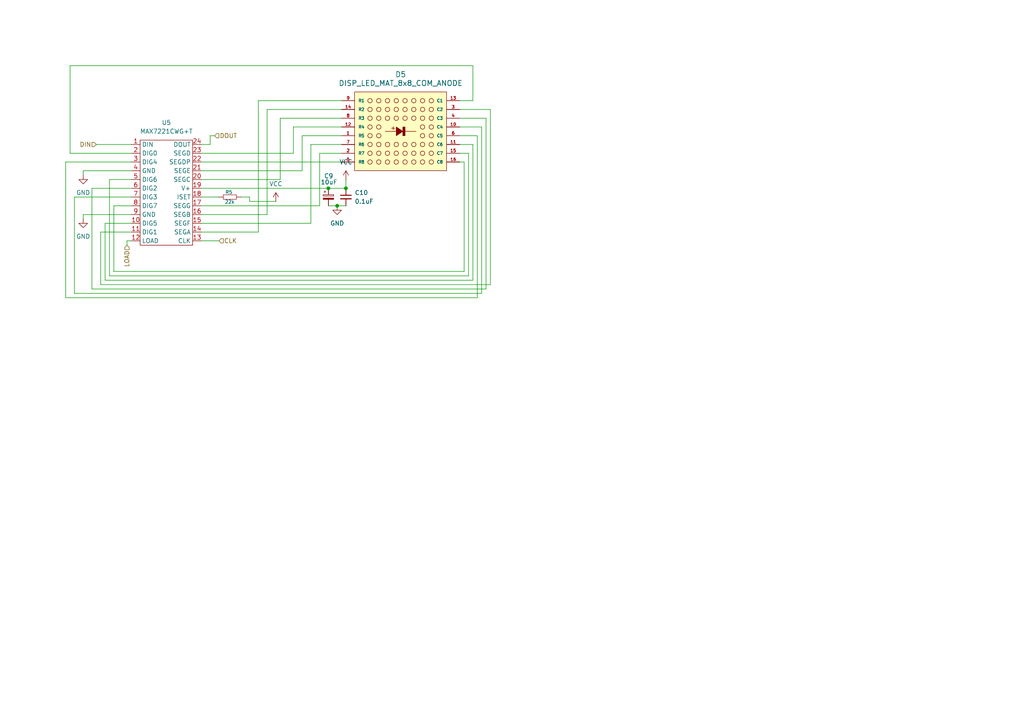
<source format=kicad_sch>
(kicad_sch (version 20231120) (generator "eeschema") (generator_version "8.0")
  (paper "A4")
  (lib_symbols
    (symbol "Device:C_Polarized_Small" (pin_numbers hide) (pin_names (offset 0.254) hide)
      (property "Reference" "C" (at 0.254 1.778 0))
      (property "Value" "C_Polarized_Small" (at 0.254 -2.032 0))
      (symbol "C_Polarized_Small_0_1"
        (rectangle (start -1.524 -0.3048) (end 1.524 -0.6858) (fill (type outline)))
        (rectangle (start -1.524 0.6858) (end 1.524 0.3048))
        (polyline (pts (xy -1.27 1.524) (xy -0.762 1.524)))
        (polyline (pts (xy -1.016 1.27) (xy -1.016 1.778)))
      )
      (symbol "C_Polarized_Small_1_1"
        (pin passive line (at 0 2.54 270) (length 1.8542) (name "~") (number "1"))
        (pin passive line (at 0 -2.54 90) (length 1.8542) (name "~") (number "2"))
      )
    )
    (symbol "Device:C_Small" (pin_numbers hide) (pin_names (offset 0.254) hide)
      (property "Reference" "C" (at 0.254 1.778 0))
      (property "Value" "C_Small" (at 0.254 -2.032 0))
      (symbol "C_Small_0_1"
        (polyline (pts (xy -1.524 -0.508) (xy 1.524 -0.508)) (stroke (width 0.3302)))
        (polyline (pts (xy -1.524 0.508) (xy 1.524 0.508)) (stroke (width 0.3048)))
      )
      (symbol "C_Small_1_1"
        (pin passive line (at 0 2.54 270) (length 2.032) (name "~") (number "1"))
        (pin passive line (at 0 -2.54 90) (length 2.032) (name "~") (number "2"))
      )
    )
    (symbol "LedMatrix:DISP_LED_MAT_8x8_COM_ANODE" (pin_names (offset 1.016))
      (property "Reference" "D1" (at 17.145 27.94 0))
      (property "Value" "DISP_LED_MAT_8x8_COM_ANODE" (at 17.145 25.4 0))
      (symbol "DISP_LED_MAT_8x8_COM_ANODE_0_1"
        (polyline (pts (xy 12.7 11.43) (xy 21.59 11.43)))
        (polyline (pts (xy 17.78 11.43) (xy 15.875 10.16) (xy 15.875 12.7) (xy 17.78 11.43)) (fill (type outline)))
        (polyline (pts (xy 18.415 10.16) (xy 18.415 12.7) (xy 17.78 12.7) (xy 17.78 10.16) (xy 18.415 10.16)) (fill (type outline)))
        (rectangle (start 3.81 22.86) (end 30.48 0) (fill (type background)))
        (circle (center 8.255 2.54) (radius 0.635))
        (circle (center 8.255 5.08) (radius 0.635))
        (circle (center 8.255 7.62) (radius 0.635))
        (circle (center 8.255 10.16) (radius 0.635))
        (circle (center 8.255 12.7) (radius 0.635))
        (circle (center 8.255 15.24) (radius 0.635))
        (circle (center 8.255 17.78) (radius 0.635))
        (circle (center 8.255 20.32) (radius 0.635))
        (circle (center 10.795 2.54) (radius 0.635))
        (circle (center 10.795 5.08) (radius 0.635))
        (circle (center 10.795 7.62) (radius 0.635))
        (circle (center 10.795 10.16) (radius 0.635))
        (circle (center 10.795 12.7) (radius 0.635))
        (circle (center 10.795 15.24) (radius 0.635))
        (circle (center 10.795 17.78) (radius 0.635))
        (circle (center 10.795 20.32) (radius 0.635))
        (circle (center 13.335 2.54) (radius 0.635))
        (circle (center 13.335 5.08) (radius 0.635))
        (circle (center 13.335 7.62) (radius 0.635))
        (circle (center 13.335 15.24) (radius 0.635))
        (circle (center 13.335 17.78) (radius 0.635))
        (circle (center 13.335 20.32) (radius 0.635))
        (circle (center 15.875 2.54) (radius 0.635))
        (circle (center 15.875 5.08) (radius 0.635))
        (circle (center 15.875 7.62) (radius 0.635))
        (circle (center 15.875 15.24) (radius 0.635))
        (circle (center 15.875 17.78) (radius 0.635))
        (circle (center 15.875 20.32) (radius 0.635))
        (circle (center 18.415 2.54) (radius 0.635))
        (circle (center 18.415 5.08) (radius 0.635))
        (circle (center 18.415 7.62) (radius 0.635))
        (circle (center 18.415 15.24) (radius 0.635))
        (circle (center 18.415 17.78) (radius 0.635))
        (circle (center 18.415 20.32) (radius 0.635))
        (circle (center 20.955 2.54) (radius 0.635))
        (circle (center 20.955 5.08) (radius 0.635))
        (circle (center 20.955 7.62) (radius 0.635))
        (circle (center 20.955 15.24) (radius 0.635))
        (circle (center 20.955 17.78) (radius 0.635))
        (circle (center 20.955 20.32) (radius 0.635))
        (circle (center 23.495 2.54) (radius 0.635))
        (circle (center 23.495 5.08) (radius 0.635))
        (circle (center 23.495 7.62) (radius 0.635))
        (circle (center 23.495 10.16) (radius 0.635))
        (circle (center 23.495 12.7) (radius 0.635))
        (circle (center 23.495 15.24) (radius 0.635))
        (circle (center 23.495 17.78) (radius 0.635))
        (circle (center 23.495 20.32) (radius 0.635))
        (circle (center 26.035 2.54) (radius 0.635))
        (circle (center 26.035 5.08) (radius 0.635))
        (circle (center 26.035 7.62) (radius 0.635))
        (circle (center 26.035 10.16) (radius 0.635))
        (circle (center 26.035 12.7) (radius 0.635))
        (circle (center 26.035 15.24) (radius 0.635))
        (circle (center 26.035 17.78) (radius 0.635))
        (circle (center 26.035 20.32) (radius 0.635))
        (pin input line (at 0 20.32 0) (length 3.81) (name "R1") (number "9"))
      )
      (symbol "DISP_LED_MAT_8x8_COM_ANODE_1_1"
        (text "+\n" (at 14.986 12.446 0) (effects (font (size 1.27 1.27))))
        (pin input line (at 0 10.16 0) (length 3.81) (name "R5") (number "1"))
        (pin output line (at 34.29 12.7 180) (length 3.81) (name "C4") (number "10"))
        (pin output line (at 34.29 7.62 180) (length 3.81) (name "C6") (number "11"))
        (pin input line (at 0 12.7 0) (length 3.81) (name "R4") (number "12"))
        (pin output line (at 34.29 20.32 180) (length 3.81) (name "C1") (number "13"))
        (pin input line (at 0 17.78 0) (length 3.81) (name "R2") (number "14"))
        (pin output line (at 34.29 5.08 180) (length 3.81) (name "C7") (number "15"))
        (pin output line (at 34.29 2.54 180) (length 3.81) (name "C8") (number "16"))
        (pin input line (at 0 5.08 0) (length 3.81) (name "R7") (number "2"))
        (pin output line (at 34.29 17.78 180) (length 3.81) (name "C2") (number "3"))
        (pin output line (at 34.29 15.24 180) (length 3.81) (name "C3") (number "4"))
        (pin input line (at 0 2.54 0) (length 3.81) (name "R8") (number "5"))
        (pin output line (at 34.29 10.16 180) (length 3.81) (name "C5") (number "6"))
        (pin input line (at 0 7.62 0) (length 3.81) (name "R6") (number "7"))
        (pin input line (at 0 15.24 0) (length 3.81) (name "R3") (number "8"))
      )
    )
    (symbol "MAX7219_1"
      (property "Reference" "U1" (at 0 20.32 0))
      (property "Value" "MAX7221CWG+T" (at 0 17.78 0))
      (symbol "MAX7219_1_0_1"
        (rectangle (start -7.62 15.24) (end 7.62 -15.24) (stroke (width 0.1524)))
      )
      (symbol "MAX7219_1_1_1"
        (pin input line (at -10.16 13.97 0) (length 2.54) (name "DIN") (number "1"))
        (pin input line (at -10.16 -8.89 0) (length 2.54) (name "DIG5") (number "10"))
        (pin input line (at -10.16 -11.43 0) (length 2.54) (name "DIG1") (number "11"))
        (pin input line (at -10.16 -13.97 0) (length 2.54) (name "LOAD") (number "12"))
        (pin input line (at 10.16 -13.97 180) (length 2.54) (name "CLK") (number "13"))
        (pin input line (at 10.16 -11.43 180) (length 2.54) (name "SEGA") (number "14"))
        (pin input line (at 10.16 -8.89 180) (length 2.54) (name "SEGF") (number "15"))
        (pin input line (at 10.16 -6.35 180) (length 2.54) (name "SEGB") (number "16"))
        (pin input line (at 10.16 -3.81 180) (length 2.54) (name "SEGG") (number "17"))
        (pin input line (at 10.16 -1.27 180) (length 2.54) (name "ISET") (number "18"))
        (pin input line (at 10.16 1.27 180) (length 2.54) (name "V+") (number "19"))
        (pin input line (at -10.16 11.43 0) (length 2.54) (name "DIG0") (number "2"))
        (pin input line (at 10.16 3.81 180) (length 2.54) (name "SEGC") (number "20"))
        (pin input line (at 10.16 6.35 180) (length 2.54) (name "SEGE") (number "21"))
        (pin input line (at 10.16 8.89 180) (length 2.54) (name "SEGDP") (number "22"))
        (pin input line (at 10.16 11.43 180) (length 2.54) (name "SEGD") (number "23"))
        (pin input line (at 10.16 13.97 180) (length 2.54) (name "DOUT") (number "24"))
        (pin input line (at -10.16 8.89 0) (length 2.54) (name "DIG4") (number "3"))
        (pin input line (at -10.16 6.35 0) (length 2.54) (name "GND") (number "4"))
        (pin input line (at -10.16 3.81 0) (length 2.54) (name "DIG6") (number "5"))
        (pin input line (at -10.16 1.27 0) (length 2.54) (name "DIG2") (number "6"))
        (pin input line (at -10.16 -1.27 0) (length 2.54) (name "DIG3") (number "7"))
        (pin input line (at -10.16 -3.81 0) (length 2.54) (name "DIG7") (number "8"))
        (pin input line (at -10.16 -6.35 0) (length 2.54) (name "GND") (number "9"))
      )
    )
    (symbol "e-radionica.com schematics:0603R" (pin_numbers hide) (pin_names (offset 0.254))
      (property "Reference" "R" (at -1.905 1.905 0))
      (property "Value" "0603R" (at 0 -1.905 0))
      (symbol "0603R_0_1"
        (rectangle (start -1.905 -0.635) (end 1.905 -0.6604) (stroke (width 0.1)))
        (rectangle (start -1.905 0.635) (end -1.8796 -0.635) (stroke (width 0.1)))
        (rectangle (start -1.905 0.635) (end 1.905 0.6096) (stroke (width 0.1)))
        (rectangle (start 1.905 0.635) (end 1.9304 -0.635) (stroke (width 0.1)))
      )
      (symbol "0603R_1_1"
        (pin passive line (at -3.175 0 0) (length 1.27) (name "~") (number "1"))
        (pin passive line (at 3.175 0 180) (length 1.27) (name "~") (number "2"))
      )
    )
    (symbol "power:GND" (power) (pin_numbers hide) (pin_names (offset 0) hide)
      (property "Value" "GND" (at 0 -3.81 0))
      (symbol "GND_0_1"
        (polyline (pts (xy 0 0) (xy 0 -1.27) (xy 1.27 -1.27) (xy 0 -2.54) (xy -1.27 -1.27) (xy 0 -1.27)))
      )
      (symbol "GND_1_1"
        (pin power_in line (at 0 0 270) (length 0) (name "~") (number "1"))
      )
    )
    (symbol "power:VCC" (power) (pin_numbers hide) (pin_names (offset 0) hide)
      (property "Value" "VCC" (at 0 3.556 0))
      (symbol "VCC_0_1"
        (polyline (pts (xy -0.762 1.27) (xy 0 2.54)))
        (polyline (pts (xy 0 0) (xy 0 2.54)))
        (polyline (pts (xy 0 2.54) (xy 0.762 1.27)))
      )
      (symbol "VCC_1_1"
        (pin power_in line (at 0 0 90) (length 0) (name "~") (number "1"))
      )
    )
  )
  (junction (at 97.79 59.69))
  (junction (at 100.33 54.61))
  (junction (at 95.25 54.61))
  (wire (pts (xy 36.83 71.12) (xy 36.83 69.85)))
  (wire (pts (xy 30.48 81.28) (xy 30.48 64.77)))
  (wire (pts (xy 133.35 41.91) (xy 137.16 41.91)))
  (wire (pts (xy 133.35 31.75) (xy 142.24 31.75)))
  (wire (pts (xy 20.32 44.45) (xy 20.32 19.05)))
  (wire (pts (xy 95.25 54.61) (xy 100.33 54.61)))
  (wire (pts (xy 99.06 31.75) (xy 77.47 31.75)))
  (wire (pts (xy 58.42 44.45) (xy 85.09 44.45)))
  (wire (pts (xy 38.1 46.99) (xy 19.05 46.99)))
  (wire (pts (xy 26.67 83.82) (xy 140.97 83.82)))
  (wire (pts (xy 38.1 52.07) (xy 31.75 52.07)))
  (wire (pts (xy 134.62 78.74) (xy 33.02 78.74)))
  (wire (pts (xy 24.13 49.53) (xy 24.13 50.8)))
  (wire (pts (xy 137.16 41.91) (xy 137.16 81.28)))
  (wire (pts (xy 58.42 41.91) (xy 60.96 41.91)))
  (wire (pts (xy 60.96 39.37) (xy 62.23 39.37)))
  (wire (pts (xy 38.1 62.23) (xy 24.13 62.23)))
  (wire (pts (xy 21.59 57.15) (xy 21.59 85.09)))
  (wire (pts (xy 24.13 62.23) (xy 24.13 63.5)))
  (wire (pts (xy 29.21 82.55) (xy 142.24 82.55)))
  (wire (pts (xy 58.42 64.77) (xy 90.17 64.77)))
  (wire (pts (xy 139.7 85.09) (xy 139.7 36.83)))
  (wire (pts (xy 99.06 44.45) (xy 92.71 44.45)))
  (wire (pts (xy 133.35 46.99) (xy 134.62 46.99)))
  (wire (pts (xy 31.75 80.01) (xy 31.75 52.07)))
  (wire (pts (xy 60.96 41.91) (xy 60.96 39.37)))
  (wire (pts (xy 58.42 49.53) (xy 87.63 49.53)))
  (wire (pts (xy 138.43 39.37) (xy 133.35 39.37)))
  (wire (pts (xy 137.16 81.28) (xy 30.48 81.28)))
  (wire (pts (xy 81.28 34.29) (xy 81.28 52.07)))
  (wire (pts (xy 81.28 34.29) (xy 99.06 34.29)))
  (wire (pts (xy 58.42 69.85) (xy 63.5 69.85)))
  (wire (pts (xy 38.1 44.45) (xy 20.32 44.45)))
  (wire (pts (xy 74.93 29.21) (xy 74.93 67.31)))
  (wire (pts (xy 21.59 85.09) (xy 139.7 85.09)))
  (wire (pts (xy 29.21 67.31) (xy 29.21 82.55)))
  (wire (pts (xy 133.35 36.83) (xy 139.7 36.83)))
  (wire (pts (xy 21.59 57.15) (xy 38.1 57.15)))
  (wire (pts (xy 135.89 80.01) (xy 31.75 80.01)))
  (wire (pts (xy 133.35 44.45) (xy 135.89 44.45)))
  (wire (pts (xy 137.16 19.05) (xy 137.16 29.21)))
  (wire (pts (xy 58.42 57.15) (xy 63.5 57.15)))
  (wire (pts (xy 87.63 39.37) (xy 87.63 49.53)))
  (wire (pts (xy 133.35 34.29) (xy 140.97 34.29)))
  (wire (pts (xy 137.16 29.21) (xy 133.35 29.21)))
  (wire (pts (xy 77.47 31.75) (xy 77.47 62.23)))
  (wire (pts (xy 33.02 59.69) (xy 33.02 78.74)))
  (wire (pts (xy 58.42 62.23) (xy 77.47 62.23)))
  (wire (pts (xy 92.71 44.45) (xy 92.71 59.69)))
  (wire (pts (xy 90.17 41.91) (xy 99.06 41.91)))
  (wire (pts (xy 97.79 59.69) (xy 100.33 59.69)))
  (wire (pts (xy 85.09 36.83) (xy 85.09 44.45)))
  (wire (pts (xy 33.02 59.69) (xy 38.1 59.69)))
  (wire (pts (xy 20.32 19.05) (xy 137.16 19.05)))
  (wire (pts (xy 36.83 69.85) (xy 38.1 69.85)))
  (wire (pts (xy 19.05 46.99) (xy 19.05 86.36)))
  (wire (pts (xy 140.97 83.82) (xy 140.97 34.29)))
  (wire (pts (xy 99.06 29.21) (xy 74.93 29.21)))
  (wire (pts (xy 38.1 54.61) (xy 26.67 54.61)))
  (wire (pts (xy 85.09 36.83) (xy 99.06 36.83)))
  (wire (pts (xy 134.62 46.99) (xy 134.62 78.74)))
  (wire (pts (xy 26.67 54.61) (xy 26.67 83.82)))
  (wire (pts (xy 19.05 86.36) (xy 138.43 86.36)))
  (wire (pts (xy 72.39 58.42) (xy 72.39 57.15)))
  (wire (pts (xy 87.63 39.37) (xy 99.06 39.37)))
  (wire (pts (xy 135.89 44.45) (xy 135.89 80.01)))
  (wire (pts (xy 80.01 58.42) (xy 72.39 58.42)))
  (wire (pts (xy 58.42 54.61) (xy 95.25 54.61)))
  (wire (pts (xy 58.42 67.31) (xy 74.93 67.31)))
  (wire (pts (xy 69.85 57.15) (xy 72.39 57.15)))
  (wire (pts (xy 95.25 59.69) (xy 97.79 59.69)))
  (wire (pts (xy 38.1 67.31) (xy 29.21 67.31)))
  (wire (pts (xy 90.17 41.91) (xy 90.17 64.77)))
  (wire (pts (xy 27.94 41.91) (xy 38.1 41.91)))
  (wire (pts (xy 30.48 64.77) (xy 38.1 64.77)))
  (wire (pts (xy 58.42 52.07) (xy 81.28 52.07)))
  (wire (pts (xy 138.43 86.36) (xy 138.43 39.37)))
  (wire (pts (xy 92.71 59.69) (xy 58.42 59.69)))
  (wire (pts (xy 38.1 49.53) (xy 24.13 49.53)))
  (wire (pts (xy 100.33 54.61) (xy 100.33 52.07)))
  (wire (pts (xy 142.24 82.55) (xy 142.24 31.75)))
  (wire (pts (xy 99.06 46.99) (xy 58.42 46.99)))
  (hierarchical_label "DOUT" (shape input) (at 62.23 39.37 0))
  (hierarchical_label "LOAD" (shape input) (at 36.83 71.12 270))
  (hierarchical_label "CLK" (shape input) (at 63.5 69.85 0))
  (hierarchical_label "DIN" (shape input) (at 27.94 41.91 180))
  (symbol (lib_id "e-radionica.com schematics:0603R") (at 66.675 57.15 0) (unit 1)
    (property "Reference" "R5" (at 67.437 55.753 0) (effects (font (size 1 1)) (justify right)))
    (property "Value" "22k" (at 68.072 58.547 0) (effects (font (size 1 1)) (justify right)))
    (property "Footprint" "Resistor_SMD:R_1206_3216Metric" (effects (hide yes)))
    (instances (project "60mmledmatrixesp32c3" (path "" (reference "R5") (unit 1)) (path "" (reference "R6") (unit 1)) (path "" (reference "R2") (unit 1)) (path "" (reference "R3") (unit 1)) (path "" (reference "R4") (unit 1)) (path "" (reference "R1") (unit 1))))
  )
  (symbol (lib_id "power:VCC") (at 100.33 52.07 0) (unit 1)
    (property "Reference" "#PWR025" (effects (hide yes)))
    (property "Value" "VCC" (at 100.33 46.99 0))
    (property "Description" "Power symbol creates a global label with name \"VCC\"" (effects (hide yes)))
    (instances (project "60mmledmatrixesp32c3" (path "" (reference "#PWR025") (unit 1)) (path "" (reference "#PWR030") (unit 1)) (path "" (reference "#PWR010") (unit 1)) (path "" (reference "#PWR015") (unit 1)) (path "" (reference "#PWR020") (unit 1)) (path "" (reference "#PWR04") (unit 1))))
  )
  (symbol (lib_id "power:GND") (at 97.79 59.69 0) (unit 1)
    (property "Reference" "#PWR024" (effects (hide yes)))
    (property "Value" "GND" (at 97.79 64.77 0))
    (property "Description" "Power symbol creates a global label with name \"GND\" , ground" (effects (hide yes)))
    (instances (project "60mmledmatrixesp32c3" (path "" (reference "#PWR024") (unit 1)) (path "" (reference "#PWR029") (unit 1)) (path "" (reference "#PWR09") (unit 1)) (path "" (reference "#PWR014") (unit 1)) (path "" (reference "#PWR019") (unit 1)) (path "" (reference "#PWR03") (unit 1))))
  )
  (symbol (lib_id "LedMatrix:DISP_LED_MAT_8x8_COM_ANODE") (at 99.06 49.53 0) (unit 1)
    (property "Reference" "D5" (at 116.205 21.59 0) (effects (font (size 1.524 1.524))))
    (property "Value" "DISP_LED_MAT_8x8_COM_ANODE" (at 116.205 24.13 0) (effects (font (size 1.524 1.524))))
    (property "Footprint" "ProjectLibrary:LED_8x8_5MM_60x60MM" (effects (hide yes)))
    (instances (project "60mmledmatrixesp32c3" (path "" (reference "D5") (unit 1)) (path "" (reference "D6") (unit 1)) (path "" (reference "D2") (unit 1)) (path "" (reference "D3") (unit 1)) (path "" (reference "D4") (unit 1)) (path "" (reference "D1") (unit 1))))
  )
  (symbol (lib_id "power:VCC") (at 80.01 58.42 0) (unit 1)
    (property "Reference" "#PWR023" (effects (hide yes)))
    (property "Value" "VCC" (at 80.01 53.34 0))
    (property "Description" "Power symbol creates a global label with name \"VCC\"" (effects (hide yes)))
    (instances (project "60mmledmatrixesp32c3" (path "" (reference "#PWR023") (unit 1)) (path "" (reference "#PWR028") (unit 1)) (path "" (reference "#PWR08") (unit 1)) (path "" (reference "#PWR013") (unit 1)) (path "" (reference "#PWR018") (unit 1)) (path "" (reference "#PWR05") (unit 1))))
  )
  (symbol (lib_id "Device:C_Polarized_Small") (at 95.25 57.15 0) (unit 1)
    (property "Reference" "C9" (at 93.98 51.054 0) (effects (justify left)))
    (property "Value" "10uF" (at 92.964 52.832 0) (effects (justify left)))
    (property "Footprint" "Capacitor_SMD:C_1206_3216Metric" (effects (hide yes)))
    (property "Description" "Polarized capacitor, small symbol" (effects (hide yes)))
    (instances (project "60mmledmatrixesp32c3" (path "" (reference "C9") (unit 1)) (path "" (reference "C11") (unit 1)) (path "" (reference "C3") (unit 1)) (path "" (reference "C5") (unit 1)) (path "" (reference "C7") (unit 1)) (path "" (reference "C1") (unit 1))))
  )
  (symbol (lib_name "MAX7219_1") (lib_id "e-radionica.com schematics:MAX7219") (at 48.26 55.88 0) (unit 1)
    (property "Reference" "U5" (at 48.26 35.56 0))
    (property "Value" "MAX7221CWG+T" (at 48.26 38.1 0))
    (property "Footprint" "ProjectLibrary:MAX7221CWG" (effects (hide yes)))
    (instances (project "60mmledmatrixesp32c3" (path "" (reference "U5") (unit 1)) (path "" (reference "U6") (unit 1)) (path "" (reference "U2") (unit 1)) (path "" (reference "U3") (unit 1)) (path "" (reference "U4") (unit 1)) (path "" (reference "U1") (unit 1))))
  )
  (symbol (lib_id "power:GND") (at 24.13 50.8 0) (unit 1)
    (property "Reference" "#PWR021" (effects (hide yes)))
    (property "Value" "GND" (at 24.13 55.88 0))
    (property "Description" "Power symbol creates a global label with name \"GND\" , ground" (effects (hide yes)))
    (instances (project "60mmledmatrixesp32c3" (path "" (reference "#PWR021") (unit 1)) (path "" (reference "#PWR026") (unit 1)) (path "" (reference "#PWR06") (unit 1)) (path "" (reference "#PWR011") (unit 1)) (path "" (reference "#PWR016") (unit 1)) (path "" (reference "#PWR01") (unit 1))))
  )
  (symbol (lib_id "power:GND") (at 24.13 63.5 0) (unit 1)
    (property "Reference" "#PWR022" (effects (hide yes)))
    (property "Value" "GND" (at 24.13 68.58 0))
    (property "Description" "Power symbol creates a global label with name \"GND\" , ground" (effects (hide yes)))
    (instances (project "60mmledmatrixesp32c3" (path "" (reference "#PWR022") (unit 1)) (path "" (reference "#PWR027") (unit 1)) (path "" (reference "#PWR07") (unit 1)) (path "" (reference "#PWR012") (unit 1)) (path "" (reference "#PWR017") (unit 1)) (path "" (reference "#PWR02") (unit 1))))
  )
  (symbol (lib_id "Device:C_Small") (at 100.33 57.15 0) (unit 1)
    (property "Reference" "C10" (at 102.87 55.8862 0) (effects (justify left)))
    (property "Value" "0.1uF" (at 102.87 58.4262 0) (effects (justify left)))
    (property "Footprint" "Capacitor_SMD:C_1206_3216Metric" (effects (hide yes)))
    (property "Description" "Unpolarized capacitor, small symbol" (effects (hide yes)))
    (instances (project "60mmledmatrixesp32c3" (path "" (reference "C10") (unit 1)) (path "" (reference "C12") (unit 1)) (path "" (reference "C4") (unit 1)) (path "" (reference "C6") (unit 1)) (path "" (reference "C8") (unit 1)) (path "" (reference "C2") (unit 1))))
  )
)
</source>
